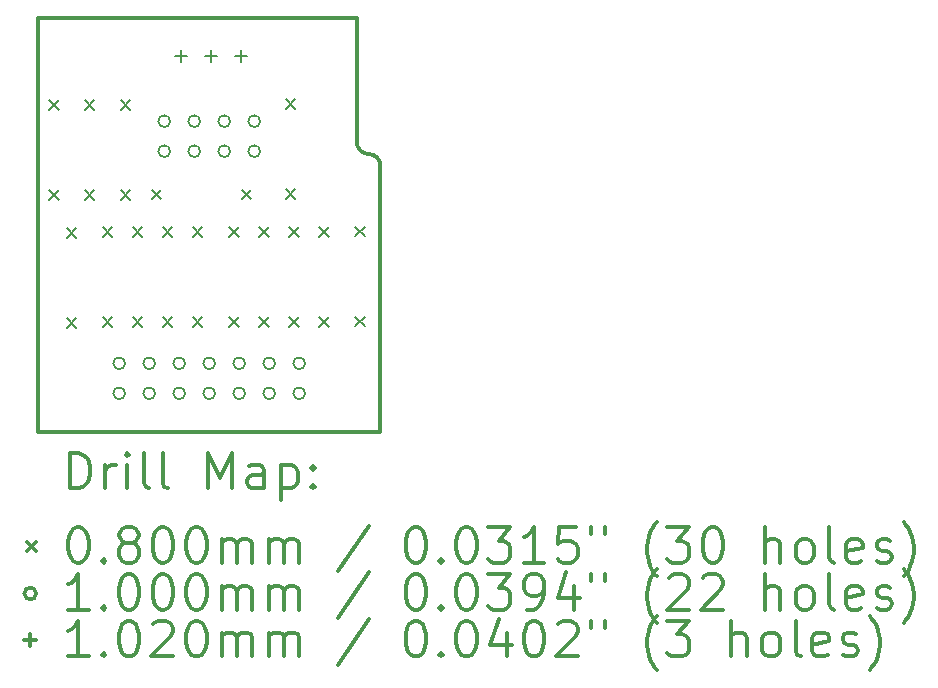
<source format=gbr>
%FSLAX45Y45*%
G04 Gerber Fmt 4.5, Leading zero omitted, Abs format (unit mm)*
G04 Created by KiCad (PCBNEW 5.1.12-84ad8e8a86~92~ubuntu20.04.1) date 2022-05-26 22:04:50*
%MOMM*%
%LPD*%
G01*
G04 APERTURE LIST*
%TA.AperFunction,Profile*%
%ADD10C,0.300000*%
%TD*%
%ADD11C,0.200000*%
%ADD12C,0.300000*%
G04 APERTURE END LIST*
D10*
X9845000Y-2453640D02*
X9845000Y-5958000D01*
X9845040Y-2453640D02*
X12545060Y-2453640D01*
X12545000Y-2453640D02*
X12545000Y-3508000D01*
X12645000Y-3608000D02*
G75*
G02*
X12545000Y-3508000I0J100000D01*
G01*
X12645000Y-3608000D02*
G75*
G02*
X12745000Y-3708000I0J-100000D01*
G01*
X12745000Y-3708000D02*
X12745000Y-5958000D01*
X12745000Y-5958000D02*
X9845000Y-5958000D01*
D11*
X9942200Y-3152780D02*
X10022200Y-3232780D01*
X10022200Y-3152780D02*
X9942200Y-3232780D01*
X9942200Y-3914780D02*
X10022200Y-3994780D01*
X10022200Y-3914780D02*
X9942200Y-3994780D01*
X10089520Y-4234820D02*
X10169520Y-4314820D01*
X10169520Y-4234820D02*
X10089520Y-4314820D01*
X10089520Y-4996820D02*
X10169520Y-5076820D01*
X10169520Y-4996820D02*
X10089520Y-5076820D01*
X10241920Y-3152780D02*
X10321920Y-3232780D01*
X10321920Y-3152780D02*
X10241920Y-3232780D01*
X10241920Y-3914780D02*
X10321920Y-3994780D01*
X10321920Y-3914780D02*
X10241920Y-3994780D01*
X10394320Y-4229740D02*
X10474320Y-4309740D01*
X10474320Y-4229740D02*
X10394320Y-4309740D01*
X10394320Y-4991740D02*
X10474320Y-5071740D01*
X10474320Y-4991740D02*
X10394320Y-5071740D01*
X10546720Y-3152780D02*
X10626720Y-3232780D01*
X10626720Y-3152780D02*
X10546720Y-3232780D01*
X10546720Y-3914780D02*
X10626720Y-3994780D01*
X10626720Y-3914780D02*
X10546720Y-3994780D01*
X10648320Y-4229740D02*
X10728320Y-4309740D01*
X10728320Y-4229740D02*
X10648320Y-4309740D01*
X10648320Y-4991740D02*
X10728320Y-5071740D01*
X10728320Y-4991740D02*
X10648320Y-5071740D01*
X10810880Y-3909700D02*
X10890880Y-3989700D01*
X10890880Y-3909700D02*
X10810880Y-3989700D01*
X10902320Y-4229740D02*
X10982320Y-4309740D01*
X10982320Y-4229740D02*
X10902320Y-4309740D01*
X10902320Y-4991740D02*
X10982320Y-5071740D01*
X10982320Y-4991740D02*
X10902320Y-5071740D01*
X11156320Y-4229740D02*
X11236320Y-4309740D01*
X11236320Y-4229740D02*
X11156320Y-4309740D01*
X11156320Y-4991740D02*
X11236320Y-5071740D01*
X11236320Y-4991740D02*
X11156320Y-5071740D01*
X11463660Y-4229740D02*
X11543660Y-4309740D01*
X11543660Y-4229740D02*
X11463660Y-4309740D01*
X11463660Y-4991740D02*
X11543660Y-5071740D01*
X11543660Y-4991740D02*
X11463660Y-5071740D01*
X11572880Y-3909700D02*
X11652880Y-3989700D01*
X11652880Y-3909700D02*
X11572880Y-3989700D01*
X11717660Y-4229740D02*
X11797660Y-4309740D01*
X11797660Y-4229740D02*
X11717660Y-4309740D01*
X11717660Y-4991740D02*
X11797660Y-5071740D01*
X11797660Y-4991740D02*
X11717660Y-5071740D01*
X11943720Y-3145160D02*
X12023720Y-3225160D01*
X12023720Y-3145160D02*
X11943720Y-3225160D01*
X11943720Y-3907160D02*
X12023720Y-3987160D01*
X12023720Y-3907160D02*
X11943720Y-3987160D01*
X11971660Y-4229740D02*
X12051660Y-4309740D01*
X12051660Y-4229740D02*
X11971660Y-4309740D01*
X11971660Y-4991740D02*
X12051660Y-5071740D01*
X12051660Y-4991740D02*
X11971660Y-5071740D01*
X12225660Y-4229740D02*
X12305660Y-4309740D01*
X12305660Y-4229740D02*
X12225660Y-4309740D01*
X12225660Y-4991740D02*
X12305660Y-5071740D01*
X12305660Y-4991740D02*
X12225660Y-5071740D01*
X12530460Y-4224660D02*
X12610460Y-4304660D01*
X12610460Y-4224660D02*
X12530460Y-4304660D01*
X12530460Y-4986660D02*
X12610460Y-5066660D01*
X12610460Y-4986660D02*
X12530460Y-5066660D01*
X10583380Y-5379720D02*
G75*
G03*
X10583380Y-5379720I-50000J0D01*
G01*
X10583380Y-5633720D02*
G75*
G03*
X10583380Y-5633720I-50000J0D01*
G01*
X10837380Y-5379720D02*
G75*
G03*
X10837380Y-5379720I-50000J0D01*
G01*
X10837380Y-5633720D02*
G75*
G03*
X10837380Y-5633720I-50000J0D01*
G01*
X10964380Y-3329940D02*
G75*
G03*
X10964380Y-3329940I-50000J0D01*
G01*
X10964380Y-3583940D02*
G75*
G03*
X10964380Y-3583940I-50000J0D01*
G01*
X11091380Y-5379720D02*
G75*
G03*
X11091380Y-5379720I-50000J0D01*
G01*
X11091380Y-5633720D02*
G75*
G03*
X11091380Y-5633720I-50000J0D01*
G01*
X11218380Y-3329940D02*
G75*
G03*
X11218380Y-3329940I-50000J0D01*
G01*
X11218380Y-3583940D02*
G75*
G03*
X11218380Y-3583940I-50000J0D01*
G01*
X11345380Y-5379720D02*
G75*
G03*
X11345380Y-5379720I-50000J0D01*
G01*
X11345380Y-5633720D02*
G75*
G03*
X11345380Y-5633720I-50000J0D01*
G01*
X11472380Y-3329940D02*
G75*
G03*
X11472380Y-3329940I-50000J0D01*
G01*
X11472380Y-3583940D02*
G75*
G03*
X11472380Y-3583940I-50000J0D01*
G01*
X11599380Y-5379720D02*
G75*
G03*
X11599380Y-5379720I-50000J0D01*
G01*
X11599380Y-5633720D02*
G75*
G03*
X11599380Y-5633720I-50000J0D01*
G01*
X11726380Y-3329940D02*
G75*
G03*
X11726380Y-3329940I-50000J0D01*
G01*
X11726380Y-3583940D02*
G75*
G03*
X11726380Y-3583940I-50000J0D01*
G01*
X11853380Y-5379720D02*
G75*
G03*
X11853380Y-5379720I-50000J0D01*
G01*
X11853380Y-5633720D02*
G75*
G03*
X11853380Y-5633720I-50000J0D01*
G01*
X12107380Y-5379720D02*
G75*
G03*
X12107380Y-5379720I-50000J0D01*
G01*
X12107380Y-5633720D02*
G75*
G03*
X12107380Y-5633720I-50000J0D01*
G01*
X11054080Y-2725220D02*
X11054080Y-2827220D01*
X11003080Y-2776220D02*
X11105080Y-2776220D01*
X11308080Y-2725220D02*
X11308080Y-2827220D01*
X11257080Y-2776220D02*
X11359080Y-2776220D01*
X11562080Y-2725220D02*
X11562080Y-2827220D01*
X11511080Y-2776220D02*
X11613080Y-2776220D01*
D12*
X10116428Y-6438714D02*
X10116428Y-6138714D01*
X10187857Y-6138714D01*
X10230714Y-6153000D01*
X10259286Y-6181571D01*
X10273571Y-6210143D01*
X10287857Y-6267286D01*
X10287857Y-6310143D01*
X10273571Y-6367286D01*
X10259286Y-6395857D01*
X10230714Y-6424429D01*
X10187857Y-6438714D01*
X10116428Y-6438714D01*
X10416428Y-6438714D02*
X10416428Y-6238714D01*
X10416428Y-6295857D02*
X10430714Y-6267286D01*
X10445000Y-6253000D01*
X10473571Y-6238714D01*
X10502143Y-6238714D01*
X10602143Y-6438714D02*
X10602143Y-6238714D01*
X10602143Y-6138714D02*
X10587857Y-6153000D01*
X10602143Y-6167286D01*
X10616428Y-6153000D01*
X10602143Y-6138714D01*
X10602143Y-6167286D01*
X10787857Y-6438714D02*
X10759286Y-6424429D01*
X10745000Y-6395857D01*
X10745000Y-6138714D01*
X10945000Y-6438714D02*
X10916428Y-6424429D01*
X10902143Y-6395857D01*
X10902143Y-6138714D01*
X11287857Y-6438714D02*
X11287857Y-6138714D01*
X11387857Y-6353000D01*
X11487857Y-6138714D01*
X11487857Y-6438714D01*
X11759286Y-6438714D02*
X11759286Y-6281571D01*
X11745000Y-6253000D01*
X11716428Y-6238714D01*
X11659286Y-6238714D01*
X11630714Y-6253000D01*
X11759286Y-6424429D02*
X11730714Y-6438714D01*
X11659286Y-6438714D01*
X11630714Y-6424429D01*
X11616428Y-6395857D01*
X11616428Y-6367286D01*
X11630714Y-6338714D01*
X11659286Y-6324429D01*
X11730714Y-6324429D01*
X11759286Y-6310143D01*
X11902143Y-6238714D02*
X11902143Y-6538714D01*
X11902143Y-6253000D02*
X11930714Y-6238714D01*
X11987857Y-6238714D01*
X12016428Y-6253000D01*
X12030714Y-6267286D01*
X12045000Y-6295857D01*
X12045000Y-6381571D01*
X12030714Y-6410143D01*
X12016428Y-6424429D01*
X11987857Y-6438714D01*
X11930714Y-6438714D01*
X11902143Y-6424429D01*
X12173571Y-6410143D02*
X12187857Y-6424429D01*
X12173571Y-6438714D01*
X12159286Y-6424429D01*
X12173571Y-6410143D01*
X12173571Y-6438714D01*
X12173571Y-6253000D02*
X12187857Y-6267286D01*
X12173571Y-6281571D01*
X12159286Y-6267286D01*
X12173571Y-6253000D01*
X12173571Y-6281571D01*
X9750000Y-6893000D02*
X9830000Y-6973000D01*
X9830000Y-6893000D02*
X9750000Y-6973000D01*
X10173571Y-6768714D02*
X10202143Y-6768714D01*
X10230714Y-6783000D01*
X10245000Y-6797286D01*
X10259286Y-6825857D01*
X10273571Y-6883000D01*
X10273571Y-6954429D01*
X10259286Y-7011571D01*
X10245000Y-7040143D01*
X10230714Y-7054429D01*
X10202143Y-7068714D01*
X10173571Y-7068714D01*
X10145000Y-7054429D01*
X10130714Y-7040143D01*
X10116428Y-7011571D01*
X10102143Y-6954429D01*
X10102143Y-6883000D01*
X10116428Y-6825857D01*
X10130714Y-6797286D01*
X10145000Y-6783000D01*
X10173571Y-6768714D01*
X10402143Y-7040143D02*
X10416428Y-7054429D01*
X10402143Y-7068714D01*
X10387857Y-7054429D01*
X10402143Y-7040143D01*
X10402143Y-7068714D01*
X10587857Y-6897286D02*
X10559286Y-6883000D01*
X10545000Y-6868714D01*
X10530714Y-6840143D01*
X10530714Y-6825857D01*
X10545000Y-6797286D01*
X10559286Y-6783000D01*
X10587857Y-6768714D01*
X10645000Y-6768714D01*
X10673571Y-6783000D01*
X10687857Y-6797286D01*
X10702143Y-6825857D01*
X10702143Y-6840143D01*
X10687857Y-6868714D01*
X10673571Y-6883000D01*
X10645000Y-6897286D01*
X10587857Y-6897286D01*
X10559286Y-6911571D01*
X10545000Y-6925857D01*
X10530714Y-6954429D01*
X10530714Y-7011571D01*
X10545000Y-7040143D01*
X10559286Y-7054429D01*
X10587857Y-7068714D01*
X10645000Y-7068714D01*
X10673571Y-7054429D01*
X10687857Y-7040143D01*
X10702143Y-7011571D01*
X10702143Y-6954429D01*
X10687857Y-6925857D01*
X10673571Y-6911571D01*
X10645000Y-6897286D01*
X10887857Y-6768714D02*
X10916428Y-6768714D01*
X10945000Y-6783000D01*
X10959286Y-6797286D01*
X10973571Y-6825857D01*
X10987857Y-6883000D01*
X10987857Y-6954429D01*
X10973571Y-7011571D01*
X10959286Y-7040143D01*
X10945000Y-7054429D01*
X10916428Y-7068714D01*
X10887857Y-7068714D01*
X10859286Y-7054429D01*
X10845000Y-7040143D01*
X10830714Y-7011571D01*
X10816428Y-6954429D01*
X10816428Y-6883000D01*
X10830714Y-6825857D01*
X10845000Y-6797286D01*
X10859286Y-6783000D01*
X10887857Y-6768714D01*
X11173571Y-6768714D02*
X11202143Y-6768714D01*
X11230714Y-6783000D01*
X11245000Y-6797286D01*
X11259286Y-6825857D01*
X11273571Y-6883000D01*
X11273571Y-6954429D01*
X11259286Y-7011571D01*
X11245000Y-7040143D01*
X11230714Y-7054429D01*
X11202143Y-7068714D01*
X11173571Y-7068714D01*
X11145000Y-7054429D01*
X11130714Y-7040143D01*
X11116428Y-7011571D01*
X11102143Y-6954429D01*
X11102143Y-6883000D01*
X11116428Y-6825857D01*
X11130714Y-6797286D01*
X11145000Y-6783000D01*
X11173571Y-6768714D01*
X11402143Y-7068714D02*
X11402143Y-6868714D01*
X11402143Y-6897286D02*
X11416428Y-6883000D01*
X11445000Y-6868714D01*
X11487857Y-6868714D01*
X11516428Y-6883000D01*
X11530714Y-6911571D01*
X11530714Y-7068714D01*
X11530714Y-6911571D02*
X11545000Y-6883000D01*
X11573571Y-6868714D01*
X11616428Y-6868714D01*
X11645000Y-6883000D01*
X11659286Y-6911571D01*
X11659286Y-7068714D01*
X11802143Y-7068714D02*
X11802143Y-6868714D01*
X11802143Y-6897286D02*
X11816428Y-6883000D01*
X11845000Y-6868714D01*
X11887857Y-6868714D01*
X11916428Y-6883000D01*
X11930714Y-6911571D01*
X11930714Y-7068714D01*
X11930714Y-6911571D02*
X11945000Y-6883000D01*
X11973571Y-6868714D01*
X12016428Y-6868714D01*
X12045000Y-6883000D01*
X12059286Y-6911571D01*
X12059286Y-7068714D01*
X12645000Y-6754429D02*
X12387857Y-7140143D01*
X13030714Y-6768714D02*
X13059286Y-6768714D01*
X13087857Y-6783000D01*
X13102143Y-6797286D01*
X13116428Y-6825857D01*
X13130714Y-6883000D01*
X13130714Y-6954429D01*
X13116428Y-7011571D01*
X13102143Y-7040143D01*
X13087857Y-7054429D01*
X13059286Y-7068714D01*
X13030714Y-7068714D01*
X13002143Y-7054429D01*
X12987857Y-7040143D01*
X12973571Y-7011571D01*
X12959286Y-6954429D01*
X12959286Y-6883000D01*
X12973571Y-6825857D01*
X12987857Y-6797286D01*
X13002143Y-6783000D01*
X13030714Y-6768714D01*
X13259286Y-7040143D02*
X13273571Y-7054429D01*
X13259286Y-7068714D01*
X13245000Y-7054429D01*
X13259286Y-7040143D01*
X13259286Y-7068714D01*
X13459286Y-6768714D02*
X13487857Y-6768714D01*
X13516428Y-6783000D01*
X13530714Y-6797286D01*
X13545000Y-6825857D01*
X13559286Y-6883000D01*
X13559286Y-6954429D01*
X13545000Y-7011571D01*
X13530714Y-7040143D01*
X13516428Y-7054429D01*
X13487857Y-7068714D01*
X13459286Y-7068714D01*
X13430714Y-7054429D01*
X13416428Y-7040143D01*
X13402143Y-7011571D01*
X13387857Y-6954429D01*
X13387857Y-6883000D01*
X13402143Y-6825857D01*
X13416428Y-6797286D01*
X13430714Y-6783000D01*
X13459286Y-6768714D01*
X13659286Y-6768714D02*
X13845000Y-6768714D01*
X13745000Y-6883000D01*
X13787857Y-6883000D01*
X13816428Y-6897286D01*
X13830714Y-6911571D01*
X13845000Y-6940143D01*
X13845000Y-7011571D01*
X13830714Y-7040143D01*
X13816428Y-7054429D01*
X13787857Y-7068714D01*
X13702143Y-7068714D01*
X13673571Y-7054429D01*
X13659286Y-7040143D01*
X14130714Y-7068714D02*
X13959286Y-7068714D01*
X14045000Y-7068714D02*
X14045000Y-6768714D01*
X14016428Y-6811571D01*
X13987857Y-6840143D01*
X13959286Y-6854429D01*
X14402143Y-6768714D02*
X14259286Y-6768714D01*
X14245000Y-6911571D01*
X14259286Y-6897286D01*
X14287857Y-6883000D01*
X14359286Y-6883000D01*
X14387857Y-6897286D01*
X14402143Y-6911571D01*
X14416428Y-6940143D01*
X14416428Y-7011571D01*
X14402143Y-7040143D01*
X14387857Y-7054429D01*
X14359286Y-7068714D01*
X14287857Y-7068714D01*
X14259286Y-7054429D01*
X14245000Y-7040143D01*
X14530714Y-6768714D02*
X14530714Y-6825857D01*
X14645000Y-6768714D02*
X14645000Y-6825857D01*
X15087857Y-7183000D02*
X15073571Y-7168714D01*
X15045000Y-7125857D01*
X15030714Y-7097286D01*
X15016428Y-7054429D01*
X15002143Y-6983000D01*
X15002143Y-6925857D01*
X15016428Y-6854429D01*
X15030714Y-6811571D01*
X15045000Y-6783000D01*
X15073571Y-6740143D01*
X15087857Y-6725857D01*
X15173571Y-6768714D02*
X15359286Y-6768714D01*
X15259286Y-6883000D01*
X15302143Y-6883000D01*
X15330714Y-6897286D01*
X15345000Y-6911571D01*
X15359286Y-6940143D01*
X15359286Y-7011571D01*
X15345000Y-7040143D01*
X15330714Y-7054429D01*
X15302143Y-7068714D01*
X15216428Y-7068714D01*
X15187857Y-7054429D01*
X15173571Y-7040143D01*
X15545000Y-6768714D02*
X15573571Y-6768714D01*
X15602143Y-6783000D01*
X15616428Y-6797286D01*
X15630714Y-6825857D01*
X15645000Y-6883000D01*
X15645000Y-6954429D01*
X15630714Y-7011571D01*
X15616428Y-7040143D01*
X15602143Y-7054429D01*
X15573571Y-7068714D01*
X15545000Y-7068714D01*
X15516428Y-7054429D01*
X15502143Y-7040143D01*
X15487857Y-7011571D01*
X15473571Y-6954429D01*
X15473571Y-6883000D01*
X15487857Y-6825857D01*
X15502143Y-6797286D01*
X15516428Y-6783000D01*
X15545000Y-6768714D01*
X16002143Y-7068714D02*
X16002143Y-6768714D01*
X16130714Y-7068714D02*
X16130714Y-6911571D01*
X16116428Y-6883000D01*
X16087857Y-6868714D01*
X16045000Y-6868714D01*
X16016428Y-6883000D01*
X16002143Y-6897286D01*
X16316428Y-7068714D02*
X16287857Y-7054429D01*
X16273571Y-7040143D01*
X16259286Y-7011571D01*
X16259286Y-6925857D01*
X16273571Y-6897286D01*
X16287857Y-6883000D01*
X16316428Y-6868714D01*
X16359286Y-6868714D01*
X16387857Y-6883000D01*
X16402143Y-6897286D01*
X16416428Y-6925857D01*
X16416428Y-7011571D01*
X16402143Y-7040143D01*
X16387857Y-7054429D01*
X16359286Y-7068714D01*
X16316428Y-7068714D01*
X16587857Y-7068714D02*
X16559286Y-7054429D01*
X16545000Y-7025857D01*
X16545000Y-6768714D01*
X16816428Y-7054429D02*
X16787857Y-7068714D01*
X16730714Y-7068714D01*
X16702143Y-7054429D01*
X16687857Y-7025857D01*
X16687857Y-6911571D01*
X16702143Y-6883000D01*
X16730714Y-6868714D01*
X16787857Y-6868714D01*
X16816428Y-6883000D01*
X16830714Y-6911571D01*
X16830714Y-6940143D01*
X16687857Y-6968714D01*
X16945000Y-7054429D02*
X16973571Y-7068714D01*
X17030714Y-7068714D01*
X17059286Y-7054429D01*
X17073571Y-7025857D01*
X17073571Y-7011571D01*
X17059286Y-6983000D01*
X17030714Y-6968714D01*
X16987857Y-6968714D01*
X16959286Y-6954429D01*
X16945000Y-6925857D01*
X16945000Y-6911571D01*
X16959286Y-6883000D01*
X16987857Y-6868714D01*
X17030714Y-6868714D01*
X17059286Y-6883000D01*
X17173571Y-7183000D02*
X17187857Y-7168714D01*
X17216428Y-7125857D01*
X17230714Y-7097286D01*
X17245000Y-7054429D01*
X17259286Y-6983000D01*
X17259286Y-6925857D01*
X17245000Y-6854429D01*
X17230714Y-6811571D01*
X17216428Y-6783000D01*
X17187857Y-6740143D01*
X17173571Y-6725857D01*
X9830000Y-7329000D02*
G75*
G03*
X9830000Y-7329000I-50000J0D01*
G01*
X10273571Y-7464714D02*
X10102143Y-7464714D01*
X10187857Y-7464714D02*
X10187857Y-7164714D01*
X10159286Y-7207571D01*
X10130714Y-7236143D01*
X10102143Y-7250429D01*
X10402143Y-7436143D02*
X10416428Y-7450429D01*
X10402143Y-7464714D01*
X10387857Y-7450429D01*
X10402143Y-7436143D01*
X10402143Y-7464714D01*
X10602143Y-7164714D02*
X10630714Y-7164714D01*
X10659286Y-7179000D01*
X10673571Y-7193286D01*
X10687857Y-7221857D01*
X10702143Y-7279000D01*
X10702143Y-7350429D01*
X10687857Y-7407571D01*
X10673571Y-7436143D01*
X10659286Y-7450429D01*
X10630714Y-7464714D01*
X10602143Y-7464714D01*
X10573571Y-7450429D01*
X10559286Y-7436143D01*
X10545000Y-7407571D01*
X10530714Y-7350429D01*
X10530714Y-7279000D01*
X10545000Y-7221857D01*
X10559286Y-7193286D01*
X10573571Y-7179000D01*
X10602143Y-7164714D01*
X10887857Y-7164714D02*
X10916428Y-7164714D01*
X10945000Y-7179000D01*
X10959286Y-7193286D01*
X10973571Y-7221857D01*
X10987857Y-7279000D01*
X10987857Y-7350429D01*
X10973571Y-7407571D01*
X10959286Y-7436143D01*
X10945000Y-7450429D01*
X10916428Y-7464714D01*
X10887857Y-7464714D01*
X10859286Y-7450429D01*
X10845000Y-7436143D01*
X10830714Y-7407571D01*
X10816428Y-7350429D01*
X10816428Y-7279000D01*
X10830714Y-7221857D01*
X10845000Y-7193286D01*
X10859286Y-7179000D01*
X10887857Y-7164714D01*
X11173571Y-7164714D02*
X11202143Y-7164714D01*
X11230714Y-7179000D01*
X11245000Y-7193286D01*
X11259286Y-7221857D01*
X11273571Y-7279000D01*
X11273571Y-7350429D01*
X11259286Y-7407571D01*
X11245000Y-7436143D01*
X11230714Y-7450429D01*
X11202143Y-7464714D01*
X11173571Y-7464714D01*
X11145000Y-7450429D01*
X11130714Y-7436143D01*
X11116428Y-7407571D01*
X11102143Y-7350429D01*
X11102143Y-7279000D01*
X11116428Y-7221857D01*
X11130714Y-7193286D01*
X11145000Y-7179000D01*
X11173571Y-7164714D01*
X11402143Y-7464714D02*
X11402143Y-7264714D01*
X11402143Y-7293286D02*
X11416428Y-7279000D01*
X11445000Y-7264714D01*
X11487857Y-7264714D01*
X11516428Y-7279000D01*
X11530714Y-7307571D01*
X11530714Y-7464714D01*
X11530714Y-7307571D02*
X11545000Y-7279000D01*
X11573571Y-7264714D01*
X11616428Y-7264714D01*
X11645000Y-7279000D01*
X11659286Y-7307571D01*
X11659286Y-7464714D01*
X11802143Y-7464714D02*
X11802143Y-7264714D01*
X11802143Y-7293286D02*
X11816428Y-7279000D01*
X11845000Y-7264714D01*
X11887857Y-7264714D01*
X11916428Y-7279000D01*
X11930714Y-7307571D01*
X11930714Y-7464714D01*
X11930714Y-7307571D02*
X11945000Y-7279000D01*
X11973571Y-7264714D01*
X12016428Y-7264714D01*
X12045000Y-7279000D01*
X12059286Y-7307571D01*
X12059286Y-7464714D01*
X12645000Y-7150429D02*
X12387857Y-7536143D01*
X13030714Y-7164714D02*
X13059286Y-7164714D01*
X13087857Y-7179000D01*
X13102143Y-7193286D01*
X13116428Y-7221857D01*
X13130714Y-7279000D01*
X13130714Y-7350429D01*
X13116428Y-7407571D01*
X13102143Y-7436143D01*
X13087857Y-7450429D01*
X13059286Y-7464714D01*
X13030714Y-7464714D01*
X13002143Y-7450429D01*
X12987857Y-7436143D01*
X12973571Y-7407571D01*
X12959286Y-7350429D01*
X12959286Y-7279000D01*
X12973571Y-7221857D01*
X12987857Y-7193286D01*
X13002143Y-7179000D01*
X13030714Y-7164714D01*
X13259286Y-7436143D02*
X13273571Y-7450429D01*
X13259286Y-7464714D01*
X13245000Y-7450429D01*
X13259286Y-7436143D01*
X13259286Y-7464714D01*
X13459286Y-7164714D02*
X13487857Y-7164714D01*
X13516428Y-7179000D01*
X13530714Y-7193286D01*
X13545000Y-7221857D01*
X13559286Y-7279000D01*
X13559286Y-7350429D01*
X13545000Y-7407571D01*
X13530714Y-7436143D01*
X13516428Y-7450429D01*
X13487857Y-7464714D01*
X13459286Y-7464714D01*
X13430714Y-7450429D01*
X13416428Y-7436143D01*
X13402143Y-7407571D01*
X13387857Y-7350429D01*
X13387857Y-7279000D01*
X13402143Y-7221857D01*
X13416428Y-7193286D01*
X13430714Y-7179000D01*
X13459286Y-7164714D01*
X13659286Y-7164714D02*
X13845000Y-7164714D01*
X13745000Y-7279000D01*
X13787857Y-7279000D01*
X13816428Y-7293286D01*
X13830714Y-7307571D01*
X13845000Y-7336143D01*
X13845000Y-7407571D01*
X13830714Y-7436143D01*
X13816428Y-7450429D01*
X13787857Y-7464714D01*
X13702143Y-7464714D01*
X13673571Y-7450429D01*
X13659286Y-7436143D01*
X13987857Y-7464714D02*
X14045000Y-7464714D01*
X14073571Y-7450429D01*
X14087857Y-7436143D01*
X14116428Y-7393286D01*
X14130714Y-7336143D01*
X14130714Y-7221857D01*
X14116428Y-7193286D01*
X14102143Y-7179000D01*
X14073571Y-7164714D01*
X14016428Y-7164714D01*
X13987857Y-7179000D01*
X13973571Y-7193286D01*
X13959286Y-7221857D01*
X13959286Y-7293286D01*
X13973571Y-7321857D01*
X13987857Y-7336143D01*
X14016428Y-7350429D01*
X14073571Y-7350429D01*
X14102143Y-7336143D01*
X14116428Y-7321857D01*
X14130714Y-7293286D01*
X14387857Y-7264714D02*
X14387857Y-7464714D01*
X14316428Y-7150429D02*
X14245000Y-7364714D01*
X14430714Y-7364714D01*
X14530714Y-7164714D02*
X14530714Y-7221857D01*
X14645000Y-7164714D02*
X14645000Y-7221857D01*
X15087857Y-7579000D02*
X15073571Y-7564714D01*
X15045000Y-7521857D01*
X15030714Y-7493286D01*
X15016428Y-7450429D01*
X15002143Y-7379000D01*
X15002143Y-7321857D01*
X15016428Y-7250429D01*
X15030714Y-7207571D01*
X15045000Y-7179000D01*
X15073571Y-7136143D01*
X15087857Y-7121857D01*
X15187857Y-7193286D02*
X15202143Y-7179000D01*
X15230714Y-7164714D01*
X15302143Y-7164714D01*
X15330714Y-7179000D01*
X15345000Y-7193286D01*
X15359286Y-7221857D01*
X15359286Y-7250429D01*
X15345000Y-7293286D01*
X15173571Y-7464714D01*
X15359286Y-7464714D01*
X15473571Y-7193286D02*
X15487857Y-7179000D01*
X15516428Y-7164714D01*
X15587857Y-7164714D01*
X15616428Y-7179000D01*
X15630714Y-7193286D01*
X15645000Y-7221857D01*
X15645000Y-7250429D01*
X15630714Y-7293286D01*
X15459286Y-7464714D01*
X15645000Y-7464714D01*
X16002143Y-7464714D02*
X16002143Y-7164714D01*
X16130714Y-7464714D02*
X16130714Y-7307571D01*
X16116428Y-7279000D01*
X16087857Y-7264714D01*
X16045000Y-7264714D01*
X16016428Y-7279000D01*
X16002143Y-7293286D01*
X16316428Y-7464714D02*
X16287857Y-7450429D01*
X16273571Y-7436143D01*
X16259286Y-7407571D01*
X16259286Y-7321857D01*
X16273571Y-7293286D01*
X16287857Y-7279000D01*
X16316428Y-7264714D01*
X16359286Y-7264714D01*
X16387857Y-7279000D01*
X16402143Y-7293286D01*
X16416428Y-7321857D01*
X16416428Y-7407571D01*
X16402143Y-7436143D01*
X16387857Y-7450429D01*
X16359286Y-7464714D01*
X16316428Y-7464714D01*
X16587857Y-7464714D02*
X16559286Y-7450429D01*
X16545000Y-7421857D01*
X16545000Y-7164714D01*
X16816428Y-7450429D02*
X16787857Y-7464714D01*
X16730714Y-7464714D01*
X16702143Y-7450429D01*
X16687857Y-7421857D01*
X16687857Y-7307571D01*
X16702143Y-7279000D01*
X16730714Y-7264714D01*
X16787857Y-7264714D01*
X16816428Y-7279000D01*
X16830714Y-7307571D01*
X16830714Y-7336143D01*
X16687857Y-7364714D01*
X16945000Y-7450429D02*
X16973571Y-7464714D01*
X17030714Y-7464714D01*
X17059286Y-7450429D01*
X17073571Y-7421857D01*
X17073571Y-7407571D01*
X17059286Y-7379000D01*
X17030714Y-7364714D01*
X16987857Y-7364714D01*
X16959286Y-7350429D01*
X16945000Y-7321857D01*
X16945000Y-7307571D01*
X16959286Y-7279000D01*
X16987857Y-7264714D01*
X17030714Y-7264714D01*
X17059286Y-7279000D01*
X17173571Y-7579000D02*
X17187857Y-7564714D01*
X17216428Y-7521857D01*
X17230714Y-7493286D01*
X17245000Y-7450429D01*
X17259286Y-7379000D01*
X17259286Y-7321857D01*
X17245000Y-7250429D01*
X17230714Y-7207571D01*
X17216428Y-7179000D01*
X17187857Y-7136143D01*
X17173571Y-7121857D01*
X9779000Y-7674000D02*
X9779000Y-7776000D01*
X9728000Y-7725000D02*
X9830000Y-7725000D01*
X10273571Y-7860714D02*
X10102143Y-7860714D01*
X10187857Y-7860714D02*
X10187857Y-7560714D01*
X10159286Y-7603571D01*
X10130714Y-7632143D01*
X10102143Y-7646429D01*
X10402143Y-7832143D02*
X10416428Y-7846429D01*
X10402143Y-7860714D01*
X10387857Y-7846429D01*
X10402143Y-7832143D01*
X10402143Y-7860714D01*
X10602143Y-7560714D02*
X10630714Y-7560714D01*
X10659286Y-7575000D01*
X10673571Y-7589286D01*
X10687857Y-7617857D01*
X10702143Y-7675000D01*
X10702143Y-7746429D01*
X10687857Y-7803571D01*
X10673571Y-7832143D01*
X10659286Y-7846429D01*
X10630714Y-7860714D01*
X10602143Y-7860714D01*
X10573571Y-7846429D01*
X10559286Y-7832143D01*
X10545000Y-7803571D01*
X10530714Y-7746429D01*
X10530714Y-7675000D01*
X10545000Y-7617857D01*
X10559286Y-7589286D01*
X10573571Y-7575000D01*
X10602143Y-7560714D01*
X10816428Y-7589286D02*
X10830714Y-7575000D01*
X10859286Y-7560714D01*
X10930714Y-7560714D01*
X10959286Y-7575000D01*
X10973571Y-7589286D01*
X10987857Y-7617857D01*
X10987857Y-7646429D01*
X10973571Y-7689286D01*
X10802143Y-7860714D01*
X10987857Y-7860714D01*
X11173571Y-7560714D02*
X11202143Y-7560714D01*
X11230714Y-7575000D01*
X11245000Y-7589286D01*
X11259286Y-7617857D01*
X11273571Y-7675000D01*
X11273571Y-7746429D01*
X11259286Y-7803571D01*
X11245000Y-7832143D01*
X11230714Y-7846429D01*
X11202143Y-7860714D01*
X11173571Y-7860714D01*
X11145000Y-7846429D01*
X11130714Y-7832143D01*
X11116428Y-7803571D01*
X11102143Y-7746429D01*
X11102143Y-7675000D01*
X11116428Y-7617857D01*
X11130714Y-7589286D01*
X11145000Y-7575000D01*
X11173571Y-7560714D01*
X11402143Y-7860714D02*
X11402143Y-7660714D01*
X11402143Y-7689286D02*
X11416428Y-7675000D01*
X11445000Y-7660714D01*
X11487857Y-7660714D01*
X11516428Y-7675000D01*
X11530714Y-7703571D01*
X11530714Y-7860714D01*
X11530714Y-7703571D02*
X11545000Y-7675000D01*
X11573571Y-7660714D01*
X11616428Y-7660714D01*
X11645000Y-7675000D01*
X11659286Y-7703571D01*
X11659286Y-7860714D01*
X11802143Y-7860714D02*
X11802143Y-7660714D01*
X11802143Y-7689286D02*
X11816428Y-7675000D01*
X11845000Y-7660714D01*
X11887857Y-7660714D01*
X11916428Y-7675000D01*
X11930714Y-7703571D01*
X11930714Y-7860714D01*
X11930714Y-7703571D02*
X11945000Y-7675000D01*
X11973571Y-7660714D01*
X12016428Y-7660714D01*
X12045000Y-7675000D01*
X12059286Y-7703571D01*
X12059286Y-7860714D01*
X12645000Y-7546429D02*
X12387857Y-7932143D01*
X13030714Y-7560714D02*
X13059286Y-7560714D01*
X13087857Y-7575000D01*
X13102143Y-7589286D01*
X13116428Y-7617857D01*
X13130714Y-7675000D01*
X13130714Y-7746429D01*
X13116428Y-7803571D01*
X13102143Y-7832143D01*
X13087857Y-7846429D01*
X13059286Y-7860714D01*
X13030714Y-7860714D01*
X13002143Y-7846429D01*
X12987857Y-7832143D01*
X12973571Y-7803571D01*
X12959286Y-7746429D01*
X12959286Y-7675000D01*
X12973571Y-7617857D01*
X12987857Y-7589286D01*
X13002143Y-7575000D01*
X13030714Y-7560714D01*
X13259286Y-7832143D02*
X13273571Y-7846429D01*
X13259286Y-7860714D01*
X13245000Y-7846429D01*
X13259286Y-7832143D01*
X13259286Y-7860714D01*
X13459286Y-7560714D02*
X13487857Y-7560714D01*
X13516428Y-7575000D01*
X13530714Y-7589286D01*
X13545000Y-7617857D01*
X13559286Y-7675000D01*
X13559286Y-7746429D01*
X13545000Y-7803571D01*
X13530714Y-7832143D01*
X13516428Y-7846429D01*
X13487857Y-7860714D01*
X13459286Y-7860714D01*
X13430714Y-7846429D01*
X13416428Y-7832143D01*
X13402143Y-7803571D01*
X13387857Y-7746429D01*
X13387857Y-7675000D01*
X13402143Y-7617857D01*
X13416428Y-7589286D01*
X13430714Y-7575000D01*
X13459286Y-7560714D01*
X13816428Y-7660714D02*
X13816428Y-7860714D01*
X13745000Y-7546429D02*
X13673571Y-7760714D01*
X13859286Y-7760714D01*
X14030714Y-7560714D02*
X14059286Y-7560714D01*
X14087857Y-7575000D01*
X14102143Y-7589286D01*
X14116428Y-7617857D01*
X14130714Y-7675000D01*
X14130714Y-7746429D01*
X14116428Y-7803571D01*
X14102143Y-7832143D01*
X14087857Y-7846429D01*
X14059286Y-7860714D01*
X14030714Y-7860714D01*
X14002143Y-7846429D01*
X13987857Y-7832143D01*
X13973571Y-7803571D01*
X13959286Y-7746429D01*
X13959286Y-7675000D01*
X13973571Y-7617857D01*
X13987857Y-7589286D01*
X14002143Y-7575000D01*
X14030714Y-7560714D01*
X14245000Y-7589286D02*
X14259286Y-7575000D01*
X14287857Y-7560714D01*
X14359286Y-7560714D01*
X14387857Y-7575000D01*
X14402143Y-7589286D01*
X14416428Y-7617857D01*
X14416428Y-7646429D01*
X14402143Y-7689286D01*
X14230714Y-7860714D01*
X14416428Y-7860714D01*
X14530714Y-7560714D02*
X14530714Y-7617857D01*
X14645000Y-7560714D02*
X14645000Y-7617857D01*
X15087857Y-7975000D02*
X15073571Y-7960714D01*
X15045000Y-7917857D01*
X15030714Y-7889286D01*
X15016428Y-7846429D01*
X15002143Y-7775000D01*
X15002143Y-7717857D01*
X15016428Y-7646429D01*
X15030714Y-7603571D01*
X15045000Y-7575000D01*
X15073571Y-7532143D01*
X15087857Y-7517857D01*
X15173571Y-7560714D02*
X15359286Y-7560714D01*
X15259286Y-7675000D01*
X15302143Y-7675000D01*
X15330714Y-7689286D01*
X15345000Y-7703571D01*
X15359286Y-7732143D01*
X15359286Y-7803571D01*
X15345000Y-7832143D01*
X15330714Y-7846429D01*
X15302143Y-7860714D01*
X15216428Y-7860714D01*
X15187857Y-7846429D01*
X15173571Y-7832143D01*
X15716428Y-7860714D02*
X15716428Y-7560714D01*
X15845000Y-7860714D02*
X15845000Y-7703571D01*
X15830714Y-7675000D01*
X15802143Y-7660714D01*
X15759286Y-7660714D01*
X15730714Y-7675000D01*
X15716428Y-7689286D01*
X16030714Y-7860714D02*
X16002143Y-7846429D01*
X15987857Y-7832143D01*
X15973571Y-7803571D01*
X15973571Y-7717857D01*
X15987857Y-7689286D01*
X16002143Y-7675000D01*
X16030714Y-7660714D01*
X16073571Y-7660714D01*
X16102143Y-7675000D01*
X16116428Y-7689286D01*
X16130714Y-7717857D01*
X16130714Y-7803571D01*
X16116428Y-7832143D01*
X16102143Y-7846429D01*
X16073571Y-7860714D01*
X16030714Y-7860714D01*
X16302143Y-7860714D02*
X16273571Y-7846429D01*
X16259286Y-7817857D01*
X16259286Y-7560714D01*
X16530714Y-7846429D02*
X16502143Y-7860714D01*
X16445000Y-7860714D01*
X16416428Y-7846429D01*
X16402143Y-7817857D01*
X16402143Y-7703571D01*
X16416428Y-7675000D01*
X16445000Y-7660714D01*
X16502143Y-7660714D01*
X16530714Y-7675000D01*
X16545000Y-7703571D01*
X16545000Y-7732143D01*
X16402143Y-7760714D01*
X16659286Y-7846429D02*
X16687857Y-7860714D01*
X16745000Y-7860714D01*
X16773571Y-7846429D01*
X16787857Y-7817857D01*
X16787857Y-7803571D01*
X16773571Y-7775000D01*
X16745000Y-7760714D01*
X16702143Y-7760714D01*
X16673571Y-7746429D01*
X16659286Y-7717857D01*
X16659286Y-7703571D01*
X16673571Y-7675000D01*
X16702143Y-7660714D01*
X16745000Y-7660714D01*
X16773571Y-7675000D01*
X16887857Y-7975000D02*
X16902143Y-7960714D01*
X16930714Y-7917857D01*
X16945000Y-7889286D01*
X16959286Y-7846429D01*
X16973571Y-7775000D01*
X16973571Y-7717857D01*
X16959286Y-7646429D01*
X16945000Y-7603571D01*
X16930714Y-7575000D01*
X16902143Y-7532143D01*
X16887857Y-7517857D01*
M02*

</source>
